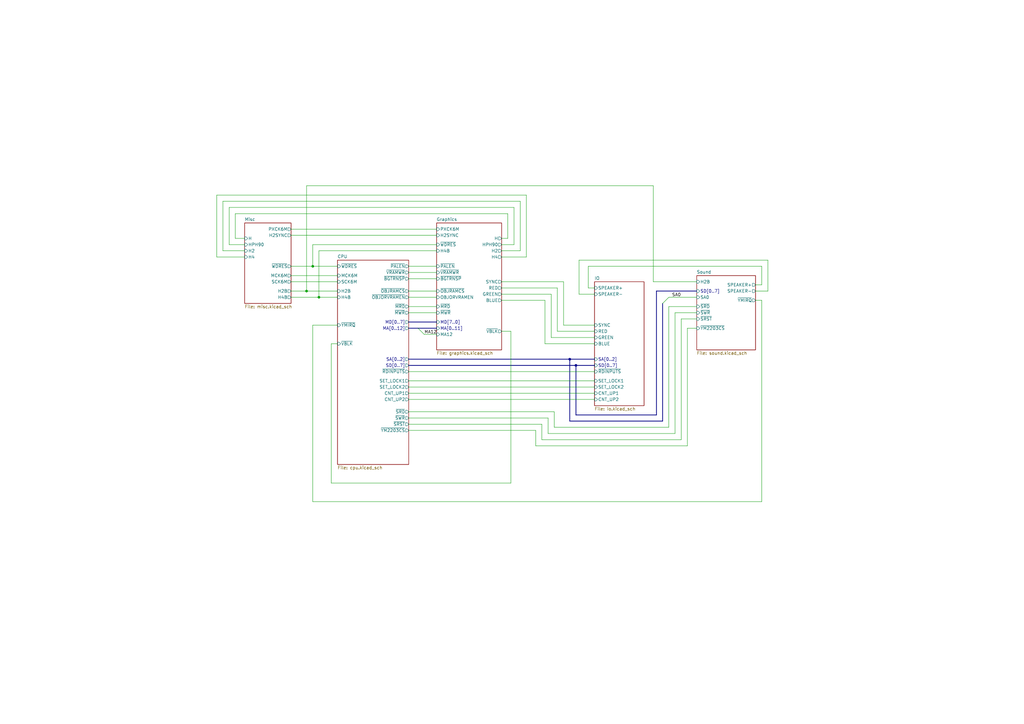
<source format=kicad_sch>
(kicad_sch (version 20211123) (generator eeschema)
  (paper "A3")
  (title_block (title "Insector X - P0-056A") (date "2022-11-30") (company "Ulf Skutnabba, twitter: @skutis77"))
  (lib_symbols)
  (junction (at 236.22 149.86))
  (junction (at 128.27 109.22))
  (junction (at 125.73 119.38))
  (junction (at 233.68 147.32))
  (junction (at 130.81 121.92))
  (bus_entry (at 171.45 134.62) (size 2.54 2.54))
  (bus_entry (at 271.78 124.46) (size 2.54 -2.54))
  (wire (pts (xy 119.38 115.57) (xy 138.43 115.57)))
  (wire (pts (xy 173.99 137.16) (xy 179.07 137.16)))
  (wire (pts (xy 219.71 176.53) (xy 219.71 182.88)))
  (wire (pts (xy 205.74 105.41) (xy 215.9 105.41)))
  (bus (pts (xy 167.64 149.86) (xy 236.22 149.86)))
  (bus (pts (xy 236.22 149.86) (xy 236.22 170.18)))
  (bus (pts (xy 271.78 124.46) (xy 271.78 172.72)))
  (wire (pts (xy 213.36 82.55) (xy 91.44 82.55)))
  (wire (pts (xy 93.98 100.33) (xy 100.33 100.33)))
  (wire (pts (xy 228.6 135.89) (xy 243.84 135.89)))
  (wire (pts (xy 237.49 106.68) (xy 314.96 106.68)))
  (wire (pts (xy 130.81 121.92) (xy 130.81 102.87)))
  (bus (pts (xy 233.68 147.32) (xy 243.84 147.32)))
  (wire (pts (xy 226.06 120.65) (xy 226.06 138.43)))
  (wire (pts (xy 314.96 119.38) (xy 314.96 106.68)))
  (wire (pts (xy 215.9 105.41) (xy 215.9 80.01)))
  (wire (pts (xy 215.9 80.01) (xy 88.9 80.01)))
  (bus (pts (xy 236.22 170.18) (xy 269.24 170.18)))
  (wire (pts (xy 312.42 205.74) (xy 128.27 205.74)))
  (wire (pts (xy 210.82 85.09) (xy 93.98 85.09)))
  (bus (pts (xy 233.68 147.32) (xy 233.68 172.72)))
  (wire (pts (xy 222.25 173.99) (xy 222.25 180.34)))
  (wire (pts (xy 309.88 116.84) (xy 312.42 116.84)))
  (wire (pts (xy 223.52 123.19) (xy 223.52 140.97)))
  (wire (pts (xy 128.27 133.35) (xy 138.43 133.35)))
  (wire (pts (xy 125.73 119.38) (xy 138.43 119.38)))
  (wire (pts (xy 179.07 100.33) (xy 128.27 100.33)))
  (wire (pts (xy 267.97 115.57) (xy 267.97 76.2)))
  (wire (pts (xy 241.3 109.22) (xy 312.42 109.22)))
  (wire (pts (xy 93.98 85.09) (xy 93.98 100.33)))
  (wire (pts (xy 267.97 76.2) (xy 125.73 76.2)))
  (wire (pts (xy 210.82 100.33) (xy 210.82 85.09)))
  (wire (pts (xy 274.32 121.92) (xy 285.75 121.92)))
  (wire (pts (xy 205.74 97.79) (xy 208.28 97.79)))
  (wire (pts (xy 167.64 161.29) (xy 243.84 161.29)))
  (wire (pts (xy 231.14 133.35) (xy 243.84 133.35)))
  (wire (pts (xy 205.74 100.33) (xy 210.82 100.33)))
  (wire (pts (xy 128.27 109.22) (xy 138.43 109.22)))
  (wire (pts (xy 167.64 128.27) (xy 179.07 128.27)))
  (wire (pts (xy 125.73 76.2) (xy 125.73 119.38)))
  (wire (pts (xy 274.32 125.73) (xy 285.75 125.73)))
  (wire (pts (xy 205.74 118.11) (xy 228.6 118.11)))
  (wire (pts (xy 130.81 121.92) (xy 138.43 121.92)))
  (wire (pts (xy 167.64 171.45) (xy 224.79 171.45)))
  (bus (pts (xy 167.64 134.62) (xy 171.45 134.62)))
  (bus (pts (xy 167.64 147.32) (xy 233.68 147.32)))
  (wire (pts (xy 119.38 119.38) (xy 125.73 119.38)))
  (wire (pts (xy 167.64 156.21) (xy 243.84 156.21)))
  (bus (pts (xy 233.68 172.72) (xy 271.78 172.72)))
  (wire (pts (xy 128.27 205.74) (xy 128.27 133.35)))
  (wire (pts (xy 167.64 168.91) (xy 227.33 168.91)))
  (wire (pts (xy 91.44 82.55) (xy 91.44 102.87)))
  (wire (pts (xy 91.44 102.87) (xy 100.33 102.87)))
  (wire (pts (xy 227.33 175.26) (xy 274.32 175.26)))
  (wire (pts (xy 128.27 100.33) (xy 128.27 109.22)))
  (wire (pts (xy 130.81 102.87) (xy 179.07 102.87)))
  (wire (pts (xy 119.38 113.03) (xy 138.43 113.03)))
  (wire (pts (xy 309.88 123.19) (xy 312.42 123.19)))
  (bus (pts (xy 269.24 119.38) (xy 285.75 119.38)))
  (wire (pts (xy 237.49 120.65) (xy 237.49 106.68)))
  (wire (pts (xy 241.3 118.11) (xy 243.84 118.11)))
  (wire (pts (xy 205.74 115.57) (xy 231.14 115.57)))
  (bus (pts (xy 171.45 134.62) (xy 179.07 134.62)))
  (wire (pts (xy 205.74 123.19) (xy 223.52 123.19)))
  (wire (pts (xy 135.89 198.12) (xy 209.55 198.12)))
  (wire (pts (xy 213.36 102.87) (xy 213.36 82.55)))
  (wire (pts (xy 279.4 130.81) (xy 285.75 130.81)))
  (wire (pts (xy 231.14 115.57) (xy 231.14 133.35)))
  (bus (pts (xy 269.24 170.18) (xy 269.24 119.38)))
  (wire (pts (xy 224.79 177.8) (xy 276.86 177.8)))
  (wire (pts (xy 276.86 128.27) (xy 285.75 128.27)))
  (bus (pts (xy 167.64 132.08) (xy 179.07 132.08)))
  (wire (pts (xy 119.38 93.98) (xy 179.07 93.98)))
  (bus (pts (xy 236.22 149.86) (xy 243.84 149.86)))
  (wire (pts (xy 167.64 158.75) (xy 243.84 158.75)))
  (wire (pts (xy 167.64 114.3) (xy 179.07 114.3)))
  (wire (pts (xy 222.25 180.34) (xy 279.4 180.34)))
  (wire (pts (xy 224.79 171.45) (xy 224.79 177.8)))
  (wire (pts (xy 228.6 118.11) (xy 228.6 135.89)))
  (wire (pts (xy 285.75 134.62) (xy 281.94 134.62)))
  (wire (pts (xy 227.33 168.91) (xy 227.33 175.26)))
  (wire (pts (xy 167.64 125.73) (xy 179.07 125.73)))
  (wire (pts (xy 167.64 163.83) (xy 243.84 163.83)))
  (wire (pts (xy 119.38 96.52) (xy 179.07 96.52)))
  (wire (pts (xy 285.75 115.57) (xy 267.97 115.57)))
  (wire (pts (xy 219.71 182.88) (xy 281.94 182.88)))
  (wire (pts (xy 223.52 140.97) (xy 243.84 140.97)))
  (wire (pts (xy 276.86 177.8) (xy 276.86 128.27)))
  (wire (pts (xy 88.9 80.01) (xy 88.9 105.41)))
  (wire (pts (xy 274.32 175.26) (xy 274.32 125.73)))
  (wire (pts (xy 167.64 176.53) (xy 219.71 176.53)))
  (wire (pts (xy 167.64 152.4) (xy 243.84 152.4)))
  (wire (pts (xy 226.06 138.43) (xy 243.84 138.43)))
  (wire (pts (xy 119.38 109.22) (xy 128.27 109.22)))
  (wire (pts (xy 167.64 119.38) (xy 179.07 119.38)))
  (wire (pts (xy 281.94 134.62) (xy 281.94 182.88)))
  (wire (pts (xy 167.64 121.92) (xy 179.07 121.92)))
  (wire (pts (xy 205.74 120.65) (xy 226.06 120.65)))
  (wire (pts (xy 208.28 97.79) (xy 208.28 87.63)))
  (wire (pts (xy 135.89 140.97) (xy 138.43 140.97)))
  (wire (pts (xy 167.64 173.99) (xy 222.25 173.99)))
  (wire (pts (xy 167.64 111.76) (xy 179.07 111.76)))
  (wire (pts (xy 167.64 109.22) (xy 179.07 109.22)))
  (wire (pts (xy 237.49 120.65) (xy 243.84 120.65)))
  (wire (pts (xy 88.9 105.41) (xy 100.33 105.41)))
  (wire (pts (xy 135.89 198.12) (xy 135.89 140.97)))
  (wire (pts (xy 309.88 119.38) (xy 314.96 119.38)))
  (wire (pts (xy 312.42 116.84) (xy 312.42 109.22)))
  (wire (pts (xy 241.3 118.11) (xy 241.3 109.22)))
  (wire (pts (xy 96.52 87.63) (xy 96.52 97.79)))
  (wire (pts (xy 279.4 180.34) (xy 279.4 130.81)))
  (wire (pts (xy 96.52 97.79) (xy 100.33 97.79)))
  (wire (pts (xy 119.38 121.92) (xy 130.81 121.92)))
  (wire (pts (xy 312.42 123.19) (xy 312.42 205.74)))
  (wire (pts (xy 205.74 102.87) (xy 213.36 102.87)))
  (wire (pts (xy 208.28 87.63) (xy 96.52 87.63)))
  (wire (pts (xy 209.55 135.89) (xy 209.55 198.12)))
  (wire (pts (xy 205.74 135.89) (xy 209.55 135.89)))
  (label "SA0" (at 275.59 121.92 0))
  (label "MA12" (at 173.99 137.16 0))
  (sheet (at 285.75 113.03) (size 24.13 30.48) (stroke (width 0.1524))
    (property "Sheet name" "Sound" (at 285.75 112.3184 0) (effects (justify left bottom)))
    (property "Sheet file" "sound.kicad_sch" (at 285.75 144.0946 0) (effects (justify left top)))
    (pin "H2B" input (at 285.75 115.57 180))
    (pin "SPEAKER+" output (at 309.88 116.84 0))
    (pin "SPEAKER-" output (at 309.88 119.38 0))
    (pin "SD[0..7]" input (at 285.75 119.38 180))
    (pin "~{SRD}" input (at 285.75 125.73 180))
    (pin "SA0" input (at 285.75 121.92 180))
    (pin "~{SRST}" input (at 285.75 130.81 180))
    (pin "~{YM2203CS}" input (at 285.75 134.62 180))
    (pin "~{SWR}" input (at 285.75 128.27 180))
    (pin "~{YMIRQ}" output (at 309.88 123.19 0))
  )
  (sheet (at 243.84 115.57) (size 20.32 50.8) (stroke (width 0.1524))
    (property "Sheet name" "IO" (at 243.84 114.8584 0) (effects (justify left bottom)))
    (property "Sheet file" "io.kicad_sch" (at 243.84 166.9546 0) (effects (justify left top)))
    (pin "SD[0..7]" input (at 243.84 149.86 180))
    (pin "SA[0..2]" input (at 243.84 147.32 180))
    (pin "SPEAKER+" input (at 243.84 118.11 180))
    (pin "RED" input (at 243.84 135.89 180))
    (pin "BLUE" input (at 243.84 140.97 180))
    (pin "GREEN" input (at 243.84 138.43 180))
    (pin "SYNC" input (at 243.84 133.35 180))
    (pin "SPEAKER-" input (at 243.84 120.65 180))
    (pin "~{RDINPUTS}" input (at 243.84 152.4 180))
    (pin "CNT_UP2" input (at 243.84 163.83 180))
    (pin "SET_LOCK2" input (at 243.84 158.75 180))
    (pin "CNT_UP1" input (at 243.84 161.29 180))
    (pin "SET_LOCK1" input (at 243.84 156.21 180))
  )
  (sheet (at 179.07 91.44) (size 26.67 52.07) (stroke (width 0.1524))
    (property "Sheet name" "Graphics" (at 179.07 90.7284 0) (effects (justify left bottom)))
    (property "Sheet file" "graphics.kicad_sch" (at 179.07 144.0946 0) (effects (justify left top)))
    (pin "~{OBJRAMCS}" input (at 179.07 119.38 180))
    (pin "SYNC" output (at 205.74 115.57 0))
    (pin "RED" output (at 205.74 118.11 0))
    (pin "BLUE" output (at 205.74 123.19 0))
    (pin "GREEN" output (at 205.74 120.65 0))
    (pin "~{MRD}" input (at 179.07 125.73 180))
    (pin "MA12" input (at 179.07 137.16 180))
    (pin "MD[7..0]" input (at 179.07 132.08 180))
    (pin "MA[0..11]" input (at 179.07 134.62 180))
    (pin "~{WDRES}" input (at 179.07 100.33 180))
    (pin "~{BGTRNSP}" input (at 179.07 114.3 180))
    (pin "~{VRAMWR}" input (at 179.07 111.76 180))
    (pin "~{PALEN}" input (at 179.07 109.22 180))
    (pin "~{MWR}" input (at 179.07 128.27 180))
    (pin "OBJORVRAMEN" input (at 179.07 121.92 180))
    (pin "~{VBLK}" output (at 205.74 135.89 0))
    (pin "HPH90" output (at 205.74 100.33 0))
    (pin "H" output (at 205.74 97.79 0))
    (pin "H4" output (at 205.74 105.41 0))
    (pin "H2" output (at 205.74 102.87 0))
    (pin "H2SYNC" input (at 179.07 96.52 180))
    (pin "PXCK6M" input (at 179.07 93.98 180))
    (pin "H4B" input (at 179.07 102.87 180))
  )
  (sheet (at 100.33 91.44) (size 19.05 33.02) (stroke (width 0.1524))
    (property "Sheet name" "Misc" (at 100.33 90.7284 0) (effects (justify left bottom)))
    (property "Sheet file" "misc.kicad_sch" (at 100.33 125.0446 0) (effects (justify left top)))
    (pin "~{WDRES}" output (at 119.38 109.22 0))
    (pin "H" input (at 100.33 97.79 180))
    (pin "HPH90" input (at 100.33 100.33 180))
    (pin "H2" input (at 100.33 102.87 180))
    (pin "SCK6M" output (at 119.38 115.57 0))
    (pin "MCK6M" output (at 119.38 113.03 0))
    (pin "H2B" output (at 119.38 119.38 0))
    (pin "H2SYNC" output (at 119.38 96.52 0))
    (pin "PXCK6M" output (at 119.38 93.98 0))
    (pin "H4B" output (at 119.38 121.92 0))
    (pin "H4" input (at 100.33 105.41 180))
  )
  (sheet (at 138.43 106.68) (size 29.21 83.82) (stroke (width 0.1524))
    (property "Sheet name" "CPU" (at 138.43 105.9684 0) (effects (justify left bottom)))
    (property "Sheet file" "cpu.kicad_sch" (at 138.43 191.0846 0) (effects (justify left top)))
    (pin "~{SRST}" output (at 167.64 173.99 0))
    (pin "~{PALEN}" output (at 167.64 109.22 0))
    (pin "~{VRAMWR}" output (at 167.64 111.76 0))
    (pin "~{BGTRNSP}" output (at 167.64 114.3 0))
    (pin "MD[0..7]" output (at 167.64 132.08 0))
    (pin "~{YMIRQ}" input (at 138.43 133.35 180))
    (pin "~{SWR}" output (at 167.64 171.45 0))
    (pin "~{SRD}" output (at 167.64 168.91 0))
    (pin "H4B" input (at 138.43 121.92 180))
    (pin "H2B" input (at 138.43 119.38 180))
    (pin "SD[0..7]" output (at 167.64 149.86 0))
    (pin "~{YM2203CS}" output (at 167.64 176.53 0))
    (pin "~{RDINPUTS}" output (at 167.64 152.4 0))
    (pin "~{OBJRAMCS}" output (at 167.64 119.38 0))
    (pin "~{OBJORVRAMEN}" output (at 167.64 121.92 0))
    (pin "~{VBLK}" input (at 138.43 140.97 180))
    (pin "~{MRD}" output (at 167.64 125.73 0))
    (pin "~{MWR}" output (at 167.64 128.27 0))
    (pin "MCK6M" input (at 138.43 113.03 180))
    (pin "MA[0..12]" output (at 167.64 134.62 0))
    (pin "SA[0..2]" output (at 167.64 147.32 0))
    (pin "SCK6M" input (at 138.43 115.57 180))
    (pin "~{WDRES}" input (at 138.43 109.22 180))
    (pin "SET_LOCK1" output (at 167.64 156.21 0))
    (pin "SET_LOCK2" output (at 167.64 158.75 0))
    (pin "CNT_UP1" output (at 167.64 161.29 0))
    (pin "CNT_UP2" output (at 167.64 163.83 0))
  )
)
</source>
